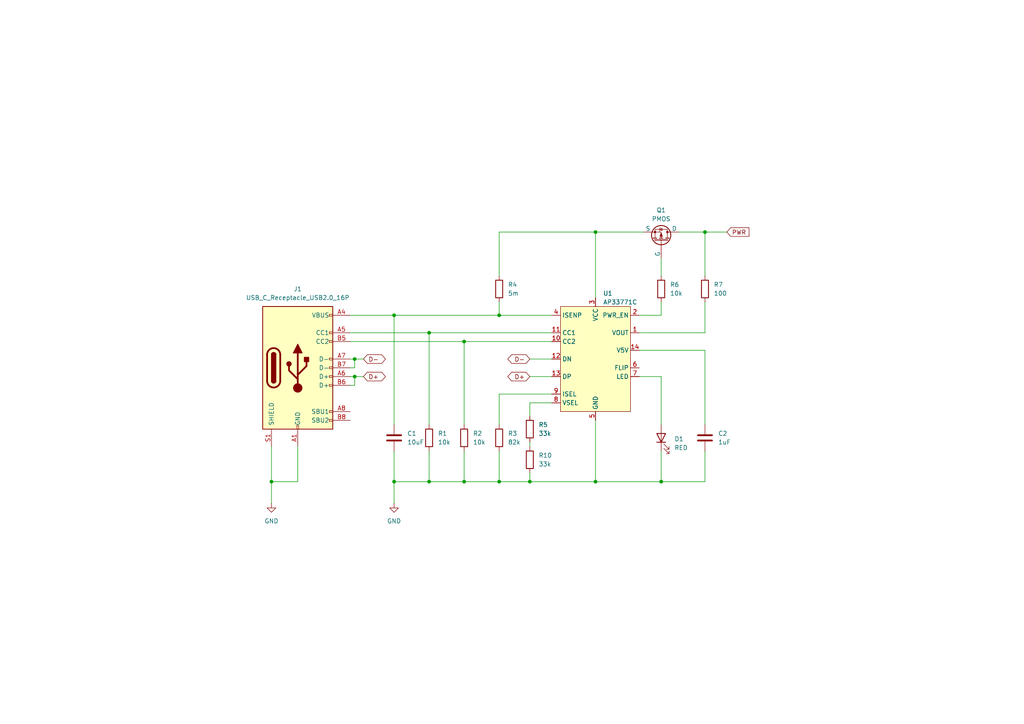
<source format=kicad_sch>
(kicad_sch (version 20231120) (generator "eeschema") (generator_version "8.0")
  (paper "A4")
  (lib_symbols
    (symbol "Connector:USB_C_Receptacle_USB2.0_16P" (pin_names (offset 1.016))
      (property "Reference" "J" (at 0 22.225 0))
      (property "Value" "USB_C_Receptacle_USB2.0_16P" (at 0 19.685 0))
      (symbol "USB_C_Receptacle_USB2.0_16P_0_0"
        (rectangle (start -0.254 -17.78) (end 0.254 -16.764))
        (rectangle (start 10.16 -14.986) (end 9.144 -15.494))
        (rectangle (start 10.16 -12.446) (end 9.144 -12.954))
        (rectangle (start 10.16 -4.826) (end 9.144 -5.334))
        (rectangle (start 10.16 -2.286) (end 9.144 -2.794))
        (rectangle (start 10.16 0.254) (end 9.144 -0.254))
        (rectangle (start 10.16 2.794) (end 9.144 2.286))
        (rectangle (start 10.16 7.874) (end 9.144 7.366))
        (rectangle (start 10.16 10.414) (end 9.144 9.906))
        (rectangle (start 10.16 15.494) (end 9.144 14.986))
      )
      (symbol "USB_C_Receptacle_USB2.0_16P_0_1"
        (rectangle (start -10.16 17.78) (end 10.16 -17.78) (stroke (width 0.254)) (fill (type background)))
        (arc (start -8.89 -3.81) (mid -6.985 -5.7067) (end -5.08 -3.81) (stroke (width 0.508)))
        (arc (start -7.62 -3.81) (mid -6.985 -4.4423) (end -6.35 -3.81) (stroke (width 0.254)))
        (arc (start -7.62 -3.81) (mid -6.985 -4.4423) (end -6.35 -3.81) (stroke (width 0.254)) (fill (type outline)))
        (rectangle (start -7.62 -3.81) (end -6.35 3.81) (stroke (width 0.254)) (fill (type outline)))
        (arc (start -6.35 3.81) (mid -6.985 4.4423) (end -7.62 3.81) (stroke (width 0.254)))
        (arc (start -6.35 3.81) (mid -6.985 4.4423) (end -7.62 3.81) (stroke (width 0.254)) (fill (type outline)))
        (arc (start -5.08 3.81) (mid -6.985 5.7067) (end -8.89 3.81) (stroke (width 0.508)))
        (circle (center -2.54 1.143) (radius 0.635) (stroke (width 0.254)) (fill (type outline)))
        (circle (center 0 -5.842) (radius 1.27) (fill (type outline)))
        (polyline (pts (xy -8.89 -3.81) (xy -8.89 3.81)) (stroke (width 0.508)))
        (polyline (pts (xy -5.08 3.81) (xy -5.08 -3.81)) (stroke (width 0.508)))
        (polyline (pts (xy 0 -5.842) (xy 0 4.318)) (stroke (width 0.508)))
        (polyline (pts (xy 0 -3.302) (xy -2.54 -0.762) (xy -2.54 0.508)) (stroke (width 0.508)))
        (polyline (pts (xy 0 -2.032) (xy 2.54 0.508) (xy 2.54 1.778)) (stroke (width 0.508)))
        (polyline (pts (xy -1.27 4.318) (xy 0 6.858) (xy 1.27 4.318) (xy -1.27 4.318)) (stroke (width 0.254)) (fill (type outline)))
        (rectangle (start 1.905 1.778) (end 3.175 3.048) (stroke (width 0.254)) (fill (type outline)))
      )
      (symbol "USB_C_Receptacle_USB2.0_16P_1_1"
        (pin passive line (at 0 -22.86 90) (length 5.08) (name "GND") (number "A1"))
        (pin passive line (at 0 -22.86 90) (length 5.08) hide (name "GND") (number "A12"))
        (pin passive line (at 15.24 15.24 180) (length 5.08) (name "VBUS") (number "A4"))
        (pin bidirectional line (at 15.24 10.16 180) (length 5.08) (name "CC1") (number "A5"))
        (pin bidirectional line (at 15.24 -2.54 180) (length 5.08) (name "D+") (number "A6"))
        (pin bidirectional line (at 15.24 2.54 180) (length 5.08) (name "D-") (number "A7"))
        (pin bidirectional line (at 15.24 -12.7 180) (length 5.08) (name "SBU1") (number "A8"))
        (pin passive line (at 15.24 15.24 180) (length 5.08) hide (name "VBUS") (number "A9"))
        (pin passive line (at 0 -22.86 90) (length 5.08) hide (name "GND") (number "B1"))
        (pin passive line (at 0 -22.86 90) (length 5.08) hide (name "GND") (number "B12"))
        (pin passive line (at 15.24 15.24 180) (length 5.08) hide (name "VBUS") (number "B4"))
        (pin bidirectional line (at 15.24 7.62 180) (length 5.08) (name "CC2") (number "B5"))
        (pin bidirectional line (at 15.24 -5.08 180) (length 5.08) (name "D+") (number "B6"))
        (pin bidirectional line (at 15.24 0 180) (length 5.08) (name "D-") (number "B7"))
        (pin bidirectional line (at 15.24 -15.24 180) (length 5.08) (name "SBU2") (number "B8"))
        (pin passive line (at 15.24 15.24 180) (length 5.08) hide (name "VBUS") (number "B9"))
        (pin passive line (at -7.62 -22.86 90) (length 5.08) (name "SHIELD") (number "S1"))
      )
    )
    (symbol "Device:C" (pin_numbers hide) (pin_names (offset 0.254))
      (property "Reference" "C" (at 0.635 2.54 0))
      (property "Value" "C" (at 0.635 -2.54 0))
      (symbol "C_0_1"
        (polyline (pts (xy -2.032 -0.762) (xy 2.032 -0.762)) (stroke (width 0.508)))
        (polyline (pts (xy -2.032 0.762) (xy 2.032 0.762)) (stroke (width 0.508)))
      )
      (symbol "C_1_1"
        (pin passive line (at 0 3.81 270) (length 2.794) (name "~") (number "1"))
        (pin passive line (at 0 -3.81 90) (length 2.794) (name "~") (number "2"))
      )
    )
    (symbol "Device:LED" (pin_numbers hide) (pin_names (offset 1.016) hide)
      (property "Reference" "D" (at 0 2.54 0))
      (property "Value" "LED" (at 0 -2.54 0))
      (symbol "LED_0_1"
        (polyline (pts (xy -1.27 -1.27) (xy -1.27 1.27)) (stroke (width 0.254)))
        (polyline (pts (xy -1.27 0) (xy 1.27 0)))
        (polyline (pts (xy 1.27 -1.27) (xy 1.27 1.27) (xy -1.27 0) (xy 1.27 -1.27)) (stroke (width 0.254)))
        (polyline (pts (xy -3.048 -0.762) (xy -4.572 -2.286) (xy -3.81 -2.286) (xy -4.572 -2.286) (xy -4.572 -1.524)))
        (polyline (pts (xy -1.778 -0.762) (xy -3.302 -2.286) (xy -2.54 -2.286) (xy -3.302 -2.286) (xy -3.302 -1.524)))
      )
      (symbol "LED_1_1"
        (pin passive line (at -3.81 0 0) (length 2.54) (name "K") (number "1"))
        (pin passive line (at 3.81 0 180) (length 2.54) (name "A") (number "2"))
      )
    )
    (symbol "Device:R" (pin_numbers hide) (pin_names (offset 0))
      (property "Reference" "R" (at 2.032 0 90))
      (property "Value" "R" (at 0 0 90))
      (symbol "R_0_1"
        (rectangle (start -1.016 -2.54) (end 1.016 2.54) (stroke (width 0.254)))
      )
      (symbol "R_1_1"
        (pin passive line (at 0 3.81 270) (length 1.27) (name "~") (number "1"))
        (pin passive line (at 0 -3.81 90) (length 1.27) (name "~") (number "2"))
      )
    )
    (symbol "Interface_USB:AP33771C"
      (property "Reference" "U" (at -10.16 16.51 0))
      (symbol "AP33771C_1_1"
        (rectangle (start -10.16 15.24) (end 10.16 -15.24) (fill (type background)))
        (pin input line (at 12.7 7.62 180) (length 2.54) (name "VOUT") (number "1"))
        (pin bidirectional line (at -12.7 5.08 0) (length 2.54) (name "CC2") (number "10"))
        (pin bidirectional line (at -12.7 7.62 0) (length 2.54) (name "CC1") (number "11"))
        (pin bidirectional line (at -12.7 0 0) (length 2.54) (name "DN") (number "12"))
        (pin bidirectional line (at -12.7 -5.08 0) (length 2.54) (name "DP") (number "13"))
        (pin output line (at 12.7 2.54 180) (length 2.54) (name "V5V") (number "14"))
        (pin output line (at 12.7 12.7 180) (length 2.54) (name "PWR_EN") (number "2"))
        (pin input line (at 0 17.78 270) (length 2.54) (name "VCC") (number "3"))
        (pin input line (at -12.7 12.7 0) (length 2.54) (name "ISENP") (number "4"))
        (pin input line (at 0 -17.78 90) (length 2.54) (name "GND") (number "5"))
        (pin output line (at 12.7 -2.54 180) (length 2.54) (name "FLIP") (number "6"))
        (pin output line (at 12.7 -5.08 180) (length 2.54) (name "LED") (number "7"))
        (pin input line (at -12.7 -12.7 0) (length 2.54) (name "VSEL") (number "8"))
        (pin input line (at -12.7 -10.16 0) (length 2.54) (name "ISEL") (number "9"))
      )
    )
    (symbol "Simulation_SPICE:PMOS" (pin_numbers hide) (pin_names (offset 0))
      (property "Reference" "Q" (at 5.08 1.27 0))
      (property "Value" "PMOS" (at 5.08 -1.27 0))
      (symbol "PMOS_0_1"
        (polyline (pts (xy 0.254 0) (xy -2.54 0)))
        (polyline (pts (xy 0.254 1.905) (xy 0.254 -1.905)) (stroke (width 0.254)))
        (polyline (pts (xy 0.762 -1.27) (xy 0.762 -2.286)) (stroke (width 0.254)))
        (polyline (pts (xy 0.762 0.508) (xy 0.762 -0.508)) (stroke (width 0.254)))
        (polyline (pts (xy 0.762 2.286) (xy 0.762 1.27)) (stroke (width 0.254)))
        (polyline (pts (xy 2.54 2.54) (xy 2.54 1.778)))
        (polyline (pts (xy 2.54 -2.54) (xy 2.54 0) (xy 0.762 0)))
        (polyline (pts (xy 0.762 1.778) (xy 3.302 1.778) (xy 3.302 -1.778) (xy 0.762 -1.778)))
        (polyline (pts (xy 2.286 0) (xy 1.27 0.381) (xy 1.27 -0.381) (xy 2.286 0)) (fill (type outline)))
        (polyline (pts (xy 2.794 -0.508) (xy 2.921 -0.381) (xy 3.683 -0.381) (xy 3.81 -0.254)))
        (polyline (pts (xy 3.302 -0.381) (xy 2.921 0.254) (xy 3.683 0.254) (xy 3.302 -0.381)))
        (circle (center 1.651 0) (radius 2.794) (stroke (width 0.254)))
        (circle (center 2.54 -1.778) (radius 0.254) (fill (type outline)))
        (circle (center 2.54 1.778) (radius 0.254) (fill (type outline)))
      )
      (symbol "PMOS_1_1"
        (pin passive line (at 2.54 5.08 270) (length 2.54) (name "D") (number "1"))
        (pin input line (at -5.08 0 0) (length 2.54) (name "G") (number "2"))
        (pin passive line (at 2.54 -5.08 90) (length 2.54) (name "S") (number "3"))
      )
    )
    (symbol "power:GND" (power) (pin_numbers hide) (pin_names (offset 0) hide)
      (property "Value" "GND" (at 0 -3.81 0))
      (symbol "GND_0_1"
        (polyline (pts (xy 0 0) (xy 0 -1.27) (xy 1.27 -1.27) (xy 0 -2.54) (xy -1.27 -1.27) (xy 0 -1.27)))
      )
      (symbol "GND_1_1"
        (pin power_in line (at 0 0 270) (length 0) (name "~") (number "1"))
      )
    )
  )
  (junction (at 144.78 91.44))
  (junction (at 144.78 139.7))
  (junction (at 102.87 104.14))
  (junction (at 172.72 139.7))
  (junction (at 153.67 139.7))
  (junction (at 191.77 139.7))
  (junction (at 124.46 96.52))
  (junction (at 134.62 99.06))
  (junction (at 78.74 139.7))
  (junction (at 204.47 67.31))
  (junction (at 124.46 139.7))
  (junction (at 114.3 139.7))
  (junction (at 102.87 109.22))
  (junction (at 134.62 139.7))
  (junction (at 114.3 91.44))
  (junction (at 172.72 67.31))
  (wire (pts (xy 153.67 104.14) (xy 160.02 104.14)))
  (wire (pts (xy 114.3 139.7) (xy 124.46 139.7)))
  (wire (pts (xy 204.47 96.52) (xy 204.47 87.63)))
  (wire (pts (xy 153.67 109.22) (xy 160.02 109.22)))
  (wire (pts (xy 204.47 101.6) (xy 185.42 101.6)))
  (wire (pts (xy 101.6 109.22) (xy 102.87 109.22)))
  (wire (pts (xy 172.72 67.31) (xy 172.72 86.36)))
  (wire (pts (xy 101.6 91.44) (xy 114.3 91.44)))
  (wire (pts (xy 144.78 87.63) (xy 144.78 91.44)))
  (wire (pts (xy 101.6 96.52) (xy 124.46 96.52)))
  (wire (pts (xy 124.46 139.7) (xy 134.62 139.7)))
  (wire (pts (xy 78.74 139.7) (xy 86.36 139.7)))
  (wire (pts (xy 185.42 96.52) (xy 204.47 96.52)))
  (wire (pts (xy 191.77 139.7) (xy 172.72 139.7)))
  (wire (pts (xy 172.72 139.7) (xy 153.67 139.7)))
  (wire (pts (xy 153.67 116.84) (xy 160.02 116.84)))
  (wire (pts (xy 101.6 111.76) (xy 102.87 111.76)))
  (wire (pts (xy 78.74 139.7) (xy 78.74 146.05)))
  (wire (pts (xy 134.62 130.81) (xy 134.62 139.7)))
  (wire (pts (xy 102.87 109.22) (xy 105.41 109.22)))
  (wire (pts (xy 191.77 74.93) (xy 191.77 80.01)))
  (wire (pts (xy 144.78 67.31) (xy 144.78 80.01)))
  (wire (pts (xy 124.46 130.81) (xy 124.46 139.7)))
  (wire (pts (xy 114.3 130.81) (xy 114.3 139.7)))
  (wire (pts (xy 101.6 104.14) (xy 102.87 104.14)))
  (wire (pts (xy 172.72 67.31) (xy 144.78 67.31)))
  (wire (pts (xy 114.3 139.7) (xy 114.3 146.05)))
  (wire (pts (xy 78.74 129.54) (xy 78.74 139.7)))
  (wire (pts (xy 86.36 139.7) (xy 86.36 129.54)))
  (wire (pts (xy 134.62 99.06) (xy 160.02 99.06)))
  (wire (pts (xy 204.47 67.31) (xy 210.82 67.31)))
  (wire (pts (xy 204.47 123.19) (xy 204.47 101.6)))
  (wire (pts (xy 134.62 139.7) (xy 144.78 139.7)))
  (wire (pts (xy 101.6 99.06) (xy 134.62 99.06)))
  (wire (pts (xy 144.78 123.19) (xy 144.78 114.3)))
  (wire (pts (xy 144.78 91.44) (xy 160.02 91.44)))
  (wire (pts (xy 204.47 67.31) (xy 196.85 67.31)))
  (wire (pts (xy 144.78 130.81) (xy 144.78 139.7)))
  (wire (pts (xy 101.6 106.68) (xy 102.87 106.68)))
  (wire (pts (xy 204.47 139.7) (xy 191.77 139.7)))
  (wire (pts (xy 191.77 130.81) (xy 191.77 139.7)))
  (wire (pts (xy 153.67 120.65) (xy 153.67 116.84)))
  (wire (pts (xy 153.67 139.7) (xy 144.78 139.7)))
  (wire (pts (xy 191.77 109.22) (xy 191.77 123.19)))
  (wire (pts (xy 153.67 137.16) (xy 153.67 139.7)))
  (wire (pts (xy 114.3 91.44) (xy 144.78 91.44)))
  (wire (pts (xy 153.67 128.27) (xy 153.67 129.54)))
  (wire (pts (xy 172.72 67.31) (xy 186.69 67.31)))
  (wire (pts (xy 185.42 91.44) (xy 191.77 91.44)))
  (wire (pts (xy 185.42 109.22) (xy 191.77 109.22)))
  (wire (pts (xy 144.78 114.3) (xy 160.02 114.3)))
  (wire (pts (xy 102.87 104.14) (xy 105.41 104.14)))
  (wire (pts (xy 191.77 91.44) (xy 191.77 87.63)))
  (wire (pts (xy 204.47 80.01) (xy 204.47 67.31)))
  (wire (pts (xy 114.3 91.44) (xy 114.3 123.19)))
  (wire (pts (xy 172.72 121.92) (xy 172.72 139.7)))
  (wire (pts (xy 124.46 96.52) (xy 124.46 123.19)))
  (wire (pts (xy 102.87 106.68) (xy 102.87 104.14)))
  (wire (pts (xy 124.46 96.52) (xy 160.02 96.52)))
  (wire (pts (xy 134.62 99.06) (xy 134.62 123.19)))
  (wire (pts (xy 204.47 130.81) (xy 204.47 139.7)))
  (wire (pts (xy 102.87 111.76) (xy 102.87 109.22)))
  (global_label "D+" (shape bidirectional) (at 105.41 109.22 0) (property "Intersheetrefs" "${INTERSHEET_REFS}" (effects (hide yes))))
  (global_label "D-" (shape bidirectional) (at 153.67 104.14 180) (property "Intersheetrefs" "${INTERSHEET_REFS}" (effects (hide yes))))
  (global_label "PWR" (shape input) (at 210.82 67.31 0) (property "Intersheetrefs" "${INTERSHEET_REFS}" (effects (hide yes))))
  (global_label "D+" (shape bidirectional) (at 153.67 109.22 180) (property "Intersheetrefs" "${INTERSHEET_REFS}" (effects (hide yes))))
  (global_label "D-" (shape bidirectional) (at 105.41 104.14 0) (property "Intersheetrefs" "${INTERSHEET_REFS}" (effects (hide yes))))
  (symbol (lib_id "power:GND") (at 78.74 146.05 0) (unit 1)
    (property "Reference" "#PWR03" (effects (hide yes)))
    (property "Value" "GND" (at 78.74 151.13 0))
    (property "Description" "Power symbol creates a global label with name \"GND\" , ground" (effects (hide yes)))
  )
  (symbol (lib_id "Device:R") (at 204.47 83.82 180) (unit 1)
    (property "Reference" "R7" (at 207.01 82.5499 0) (effects (justify right)))
    (property "Value" "100" (at 207.01 85.0899 0) (effects (justify right)))
    (property "Footprint" "Resistor_SMD:R_0402_1005Metric" (effects (hide yes)))
    (property "Description" "Resistor" (effects (hide yes)))
    (property "MPN" "CRCW0402100RFKED " (effects (hide yes)))
  )
  (symbol (lib_id "Device:LED") (at 191.77 127 90) (unit 1)
    (property "Reference" "D1" (at 195.58 127.3174 90) (effects (justify right)))
    (property "Value" "RED" (at 195.58 129.8574 90) (effects (justify right)))
    (property "Description" "Light emitting diode" (effects (hide yes)))
  )
  (symbol (lib_id "Device:R") (at 144.78 127 0) (unit 1)
    (property "Reference" "R3" (at 147.32 125.7299 0) (effects (justify left)))
    (property "Value" "82k" (at 147.32 128.2699 0) (effects (justify left)))
    (property "Footprint" "Resistor_SMD:R_0402_1005Metric" (effects (hide yes)))
    (property "Description" "Resistor" (effects (hide yes)))
    (property "MPN" "CRCW040282K0FKED" (effects (hide yes)))
  )
  (symbol (lib_id "Device:R") (at 191.77 83.82 180) (unit 1)
    (property "Reference" "R6" (at 194.31 82.5499 0) (effects (justify right)))
    (property "Value" "10k" (at 194.31 85.0899 0) (effects (justify right)))
    (property "Footprint" "Resistor_SMD:R_0402_1005Metric" (effects (hide yes)))
    (property "Description" "Resistor" (effects (hide yes)))
    (property "MPN" "CRCW040210K0FKED " (effects (hide yes)))
  )
  (symbol (lib_id "Connector:USB_C_Receptacle_USB2.0_16P") (at 86.36 106.68 0) (unit 1)
    (property "Reference" "J1" (at 86.36 83.82 0))
    (property "Value" "USB_C_Receptacle_USB2.0_16P" (at 86.36 86.36 0))
    (property "Footprint" "Connector_USB:USB_C_Receptacle_GCT_USB4110" (effects (hide yes)))
    (property "Datasheet" "https://www.usb.org/sites/default/files/documents/usb_type-c.zip" (effects (hide yes)))
    (property "Description" "USB 2.0-only 16P Type-C Receptacle connector" (effects (hide yes)))
    (property "MPN" "USB4110-GF-A " (effects (hide yes)))
  )
  (symbol (lib_id "Device:R") (at 124.46 127 0) (unit 1)
    (property "Reference" "R1" (at 127 125.7299 0) (effects (justify left)))
    (property "Value" "10k" (at 127 128.2699 0) (effects (justify left)))
    (property "Footprint" "Resistor_SMD:R_0402_1005Metric" (effects (hide yes)))
    (property "Description" "Resistor" (effects (hide yes)))
    (property "MPN" "CRCW040210K0FKED " (effects (hide yes)))
  )
  (symbol (lib_id "Device:R") (at 134.62 127 0) (unit 1)
    (property "Reference" "R2" (at 137.16 125.7299 0) (effects (justify left)))
    (property "Value" "10k" (at 137.16 128.2699 0) (effects (justify left)))
    (property "Footprint" "Resistor_SMD:R_0402_1005Metric" (effects (hide yes)))
    (property "Description" "Resistor" (effects (hide yes)))
    (property "MPN" "CRCW040210K0FKED " (effects (hide yes)))
  )
  (symbol (lib_id "Device:R") (at 153.67 133.35 0) (unit 1)
    (property "Reference" "R10" (at 156.21 132.0799 0) (effects (justify left)))
    (property "Value" "33k" (at 156.21 134.6199 0) (effects (justify left)))
    (property "Footprint" "Resistor_SMD:R_0402_1005Metric" (effects (hide yes)))
    (property "Description" "Resistor" (effects (hide yes)))
    (property "MPN" "CRCW040233K0FKED " (effects (hide yes)))
  )
  (symbol (lib_id "Device:R") (at 144.78 83.82 0) (unit 1)
    (property "Reference" "R4" (at 147.32 82.5499 0) (effects (justify left)))
    (property "Value" "5m" (at 147.32 85.0899 0) (effects (justify left)))
    (property "Description" "Resistor" (effects (hide yes)))
  )
  (symbol (lib_id "Device:C") (at 204.47 127 0) (unit 1)
    (property "Reference" "C2" (at 208.28 125.7299 0) (effects (justify left)))
    (property "Value" "1uF" (at 208.28 128.2699 0) (effects (justify left)))
    (property "Description" "Unpolarized capacitor" (effects (hide yes)))
  )
  (symbol (lib_id "Device:C") (at 114.3 127 0) (unit 1)
    (property "Reference" "C1" (at 118.11 125.7299 0) (effects (justify left)))
    (property "Value" "10uF" (at 118.11 128.2699 0) (effects (justify left)))
    (property "Description" "Unpolarized capacitor" (effects (hide yes)))
  )
  (symbol (lib_id "Simulation_SPICE:PMOS") (at 191.77 69.85 270) (mirror x) (unit 1)
    (property "Reference" "Q1" (at 191.77 60.96 90))
    (property "Value" "PMOS" (at 191.77 63.5 90))
    (property "Datasheet" "https://ngspice.sourceforge.io/docs/ngspice-html-manual/manual.xhtml#cha_MOSFETs" (effects (hide yes)))
    (property "Description" "P-MOSFET transistor, drain/source/gate" (effects (hide yes)))
    (property "Sim.Device" "PMOS" (effects (hide yes)))
    (property "Sim.Type" "VDMOS" (effects (hide yes)))
    (property "Sim.Pins" "1=D 2=G 3=S" (effects (hide yes)))
  )
  (symbol (lib_id "Device:R") (at 153.67 124.46 0) (unit 1)
    (property "Reference" "R5" (at 156.21 123.1899 0) (effects (justify left)))
    (property "Value" "33k" (at 156.21 125.7299 0) (effects (justify left)))
    (property "Footprint" "Resistor_SMD:R_0402_1005Metric" (effects (hide yes)))
    (property "Description" "Resistor" (effects (hide yes)))
    (property "MPN" "CRCW040233K0FKED " (effects (hide yes)))
  )
  (symbol (lib_id "Interface_USB:AP33771C") (at 172.72 104.14 0) (unit 1)
    (property "Reference" "U1" (at 174.9141 85.09 0) (effects (justify left)))
    (property "Value" "AP33771C" (at 174.9141 87.63 0) (effects (justify left)))
    (property "Footprint" "Footprints:AP33771CFBZ13FA01" (effects (hide yes)))
    (property "Datasheet" "https://www.diodes.com/assets/Datasheets/AP33771C.pdf" (effects (hide yes)))
    (property "MPN" "AP33771CFBZ-13-FA01 " (effects (hide yes)))
  )
  (symbol (lib_id "power:GND") (at 114.3 146.05 0) (unit 1)
    (property "Reference" "#PWR04" (effects (hide yes)))
    (property "Value" "GND" (at 114.3 151.13 0))
    (property "Description" "Power symbol creates a global label with name \"GND\" , ground" (effects (hide yes)))
  )
)
</source>
